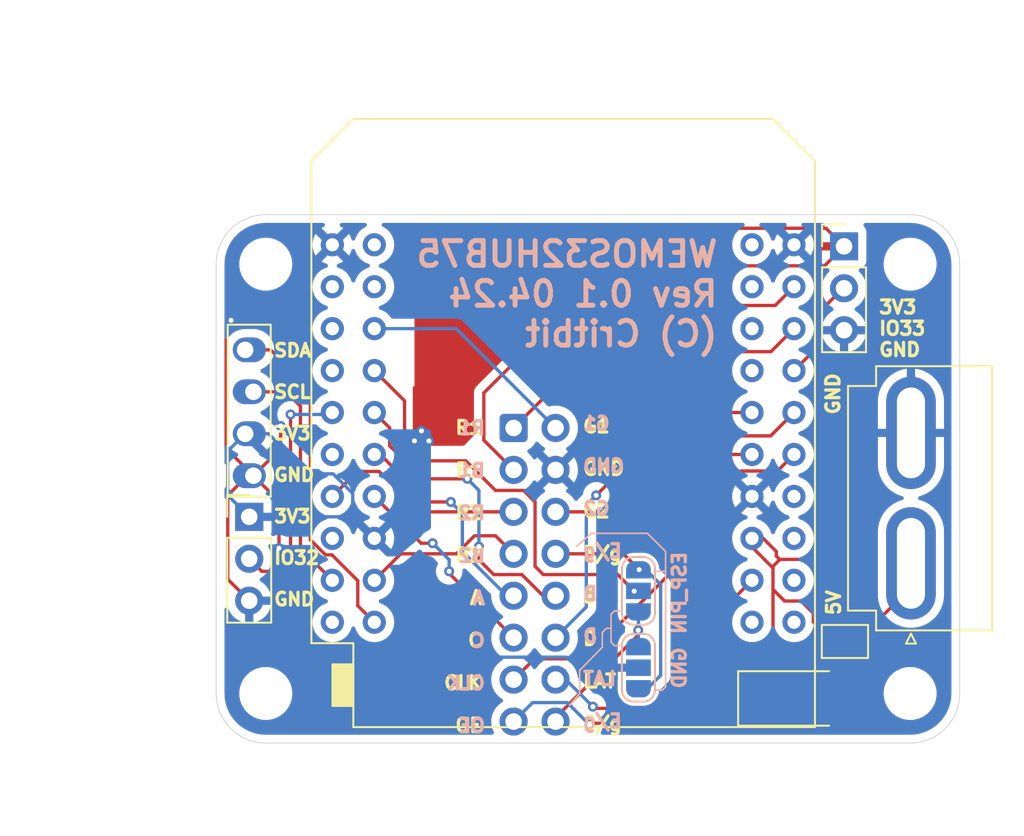
<source format=kicad_pcb>
(kicad_pcb (version 20240108) (generator "pcbnew") (generator_version "8.0")
  (layers (0 "F.Cu" signal) (31 "B.Cu" signal) (34 "B.Paste" user) (35 "F.Paste" user) (36 "B.SilkS" user "B.Silkscreen") (37 "F.SilkS" user "F.Silkscreen") (38 "B.Mask" user) (39 "F.Mask" user) (44 "Edge.Cuts" user))
  (net 0 "")
  (net 1 "/OUT_B1")
  (net 2 "/OUT_G1")
  (net 3 "Net-(J1-Pin_16)")
  (net 4 "/OUT_CLK")
  (net 5 "/OUT_R1")
  (net 6 "/OUT_OE")
  (net 7 "/OUT_AD2")
  (net 8 "/OUT_AD1")
  (net 9 "/OUT_B2")
  (net 10 "/OUT_R2")
  (net 11 "/OUT_G2")
  (net 12 "/OUT_AD0")
  (net 13 "/OUT_LAT")
  (net 14 "/OUT_AD3")
  (net 15 "Net-(J1-Pin_8)")
  (net 16 "GND")
  (net 17 "Net-(J2-Pin_2)")
  (net 18 "+3V3")
  (net 19 "Net-(J3-Pin_2)")
  (net 20 "/OUT_AD4")
  (net 38 "VBUS")
  (net 39 "/SDA")
  (net 40 "/SCL")
  (net 41 "Net-(D1-K)")
  (footprint "crap:ESP32_mini" (layer "F.Cu") (at 107 75.255)
    (property "Reference" "U1" (hide yes))
    (property "Value" "mini_esp32")
    (fp_line (start -15.24 -16.51) (end -15.24 12.7) (stroke (width 0.12)) (layer "F.SilkS"))
    (fp_line (start -15.24 12.7) (end -12.7 12.7) (stroke (width 0.12)) (layer "F.SilkS"))
    (fp_line (start -12.7 -19.05) (end -15.24 -16.51) (stroke (width 0.12)) (layer "F.SilkS"))
    (fp_line (start -12.7 -19.05) (end -11.43 -19.05) (stroke (width 0.12)) (layer "F.SilkS"))
    (fp_line (start -12.7 12.7) (end -12.7 17.78) (stroke (width 0.12)) (layer "F.SilkS"))
    (fp_line (start -12.7 17.78) (end 15.24 17.78) (stroke (width 0.12)) (layer "F.SilkS"))
    (fp_line (start 12.7 -19.05) (end -11.43 -19.05) (stroke (width 0.12)) (layer "F.SilkS"))
    (fp_line (start 12.7 -19.05) (end 15.24 -16.51) (stroke (width 0.12)) (layer "F.SilkS"))
    (fp_line (start 15.24 -16.51) (end 15.24 17.78) (stroke (width 0.12)) (layer "F.SilkS"))
    (fp_poly (pts (xy -13.97 16.51) (xy -13.97 13.97) (xy -12.7 13.97) (xy -12.7 16.51)) (stroke (width 0.1)) (fill solid) (layer "F.SilkS"))
    (pad "1" thru_hole circle (at -13.97 -11.43 270) (size 1.4 1.4) (drill 0.8) (layers "*.Cu" "*.Mask") (net 16 "GND"))
    (pad "2" thru_hole circle (at -11.43 -11.43 270) (size 1.4 1.4) (drill 0.8) (layers "*.Cu" "*.Mask"))
    (pad "3" thru_hole circle (at -13.97 -8.89 270) (size 1.4 1.4) (drill 0.8) (layers "*.Cu" "*.Mask"))
    (pad "4" thru_hole circle (at -11.43 -8.89 270) (size 1.4 1.4) (drill 0.8) (layers "*.Cu" "*.Mask"))
    (pad "5" thru_hole circle (at -13.97 -6.35 270) (size 1.4 1.4) (drill 0.8) (layers "*.Cu" "*.Mask"))
    (pad "6" thru_hole circle (at -11.43 -6.35 270) (size 1.4 1.4) (drill 0.8) (layers "*.Cu" "*.Mask") (net 2 "/OUT_G1"))
    (pad "7" thru_hole circle (at -13.97 -3.81 270) (size 1.4 1.4) (drill 0.8) (layers "*.Cu" "*.Mask"))
    (pad "8" thru_hole circle (at -11.43 -3.81 270) (size 1.4 1.4) (drill 0.8) (layers "*.Cu" "*.Mask") (net 20 "/OUT_AD4"))
    (pad "9" thru_hole circle (at -13.97 -1.27 270) (size 1.4 1.4) (drill 0.8) (layers "*.Cu" "*.Mask") (net 17 "Net-(J2-Pin_2)"))
    (pad "10" thru_hole circle (at -11.43 -1.27 270) (size 1.4 1.4) (drill 0.8) (layers "*.Cu" "*.Mask") (net 8 "/OUT_AD1"))
    (pad "11" thru_hole circle (at -13.97 1.27 270) (size 1.4 1.4) (drill 0.8) (layers "*.Cu" "*.Mask"))
    (pad "12" thru_hole circle (at -11.43 1.27 270) (size 1.4 1.4) (drill 0.8) (layers "*.Cu" "*.Mask") (net 12 "/OUT_AD0"))
    (pad "13" thru_hole circle (at -13.97 3.81 270) (size 1.4 1.4) (drill 0.8) (layers "*.Cu" "*.Mask") (net 10 "/OUT_R2"))
    (pad "14" thru_hole circle (at -11.43 3.81 270) (size 1.4 1.4) (drill 0.8) (layers "*.Cu" "*.Mask") (net 7 "/OUT_AD2"))
    (pad "15" thru_hole circle (at -13.97 6.35 270) (size 1.4 1.4) (drill 0.8) (layers "*.Cu" "*.Mask"))
    (pad "16" thru_hole circle (at -11.43 6.35 270) (size 1.4 1.4) (drill 0.8) (layers "*.Cu" "*.Mask") (net 18 "+3V3"))
    (pad "17" thru_hole circle (at -13.97 8.89 270) (size 1.4 1.4) (drill 0.8) (layers "*.Cu" "*.Mask") (net 40 "/SCL"))
    (pad "18" thru_hole circle (at -11.43 8.89 270) (size 1.4 1.4) (drill 0.8) (layers "*.Cu" "*.Mask") (net 9 "/OUT_B2"))
    (pad "19" thru_hole circle (at -13.97 11.43 270) (size 1.4 1.4) (drill 0.8) (layers "*.Cu" "*.Mask"))
    (pad "20" thru_hole circle (at -11.43 11.43 270) (size 1.4 1.4) (drill 0.8) (layers "*.Cu" "*.Mask") (net 39 "/SDA"))
    (pad "21" thru_hole circle (at 11.43 -11.43 270) (size 1.4 1.4) (drill 0.8) (layers "*.Cu" "*.Mask"))
    (pad "22" thru_hole circle (at 13.97 -11.43 270) (size 1.4 1.4) (drill 0.8) (layers "*.Cu" "*.Mask") (net 16 "GND"))
    (pad "23" thru_hole circle (at 11.43 -8.89 270) (size 1.4 1.4) (drill 0.8) (layers "*.Cu" "*.Mask"))
    (pad "24" thru_hole circle (at 13.97 -8.89 270) (size 1.4 1.4) (drill 0.8) (layers "*.Cu" "*.Mask") (net 1 "/OUT_B1"))
    (pad "25" thru_hole circle (at 11.43 -6.35 270) (size 1.4 1.4) (drill 0.8) (layers "*.Cu" "*.Mask"))
    (pad "26" thru_hole circle (at 13.97 -6.35 270) (size 1.4 1.4) (drill 0.8) (layers "*.Cu" "*.Mask") (net 5 "/OUT_R1"))
    (pad "27" thru_hole circle (at 11.43 -3.81 270) (size 1.4 1.4) (drill 0.8) (layers "*.Cu" "*.Mask"))
    (pad "28" thru_hole circle (at 13.97 -3.81 270) (size 1.4 1.4) (drill 0.8) (layers "*.Cu" "*.Mask") (net 19 "Net-(J3-Pin_2)"))
    (pad "29" thru_hole circle (at 11.43 -1.27 270) (size 1.4 1.4) (drill 0.8) (layers "*.Cu" "*.Mask") (net 14 "/OUT_AD3"))
    (pad "30" thru_hole circle (at 13.97 -1.27 270) (size 1.4 1.4) (drill 0.8) (layers "*.Cu" "*.Mask") (net 11 "/OUT_G2"))
    (pad "31" thru_hole circle (at 11.43 1.27 270) (size 1.4 1.4) (drill 0.8) (layers "*.Cu" "*.Mask") (net 4 "/OUT_CLK"))
    (pad "32" thru_hole circle (at 13.97 1.27 270) (size 1.4 1.4) (drill 0.8) (layers "*.Cu" "*.Mask") (net 13 "/OUT_LAT"))
    (pad "33" thru_hole circle (at 11.43 3.81 270) (size 1.4 1.4) (drill 0.8) (layers "*.Cu" "*.Mask") (net 16 "GND"))
    (pad "34" thru_hole circle (at 13.97 3.81 270) (size 1.4 1.4) (drill 0.8) (layers "*.Cu" "*.Mask"))
    (pad "35" thru_hole circle (at 11.43 6.35 270) (size 1.4 1.4) (drill 0.8) (layers "*.Cu" "*.Mask") (net 41 "Net-(D1-K)"))
    (pad "36" thru_hole circle (at 13.97 6.35 270) (size 1.4 1.4) (drill 0.8) (layers "*.Cu" "*.Mask"))
    (pad "37" thru_hole circle (at 11.43 8.89 270) (size 1.4 1.4) (drill 0.8) (layers "*.Cu" "*.Mask") (net 6 "/OUT_OE"))
    (pad "38" thru_hole circle (at 13.97 8.89 270) (size 1.4 1.4) (drill 0.8) (layers "*.Cu" "*.Mask"))
    (pad "39" thru_hole circle (at 11.43 11.43 270) (size 1.4 1.4) (drill 0.8) (layers "*.Cu" "*.Mask"))
    (pad "40" thru_hole circle (at 13.97 11.43 270) (size 1.4 1.4) (drill 0.8) (layers "*.Cu" "*.Mask"))
  )
  (footprint "Connector_PinHeader_2.54mm:PinHeader_1x03_P2.54mm_Vertical" (layer "F.Cu") (at 88 80.3)
    (property "Reference" "J2" (hide yes))
    (property "Value" "TOUCH")
    (fp_line (start -1.33 -1.33) (end 0 -1.33) (stroke (width 0.12)) (layer "F.SilkS"))
    (fp_line (start -1.33 0) (end -1.33 -1.33) (stroke (width 0.12)) (layer "F.SilkS"))
    (fp_line (start -1.33 1.27) (end -1.33 6.41) (stroke (width 0.12)) (layer "F.SilkS"))
    (fp_line (start -1.33 1.27) (end 1.33 1.27) (stroke (width 0.12)) (layer "F.SilkS"))
    (fp_line (start -1.33 6.41) (end 1.33 6.41) (stroke (width 0.12)) (layer "F.SilkS"))
    (fp_line (start 1.33 1.27) (end 1.33 6.41) (stroke (width 0.12)) (layer "F.SilkS"))
    (pad "1" thru_hole rect (at 0 0) (size 1.7 1.7) (drill 1) (layers "*.Cu" "*.Mask") (net 18 "+3V3"))
    (pad "2" thru_hole oval (at 0 2.54) (size 1.7 1.7) (drill 1) (layers "*.Cu" "*.Mask") (net 17 "Net-(J2-Pin_2)"))
    (pad "3" thru_hole oval (at 0 5.08) (size 1.7 1.7) (drill 1) (layers "*.Cu" "*.Mask") (net 16 "GND"))
  )
  (footprint "Connector_IDC:IDC-Header_2x08_P2.54mm_Vertical" (layer "F.Cu") (at 104 74.92)
    (property "Reference" "J1" (hide yes))
    (property "Value" "HUB75-conn")
    (pad "1" thru_hole roundrect (at 0 0) (size 1.7 1.7) (drill 1) (layers "*.Cu" "*.Mask") (roundrect_rratio 0.147059) (net 5 "/OUT_R1"))
    (pad "2" thru_hole circle (at 2.54 0) (size 1.7 1.7) (drill 1) (layers "*.Cu" "*.Mask") (net 2 "/OUT_G1"))
    (pad "3" thru_hole circle (at 0 2.54) (size 1.7 1.7) (drill 1) (layers "*.Cu" "*.Mask") (net 1 "/OUT_B1"))
    (pad "4" thru_hole circle (at 2.54 2.54) (size 1.7 1.7) (drill 1) (layers "*.Cu" "*.Mask") (net 16 "GND"))
    (pad "5" thru_hole circle (at 0 5.08) (size 1.7 1.7) (drill 1) (layers "*.Cu" "*.Mask") (net 10 "/OUT_R2"))
    (pad "6" thru_hole circle (at 2.54 5.08) (size 1.7 1.7) (drill 1) (layers "*.Cu" "*.Mask") (net 11 "/OUT_G2"))
    (pad "7" thru_hole circle (at 0 7.62) (size 1.7 1.7) (drill 1) (layers "*.Cu" "*.Mask") (net 9 "/OUT_B2"))
    (pad "8" thru_hole circle (at 2.54 7.62) (size 1.7 1.7) (drill 1) (layers "*.Cu" "*.Mask") (net 15 "Net-(J1-Pin_8)"))
    (pad "9" thru_hole circle (at 0 10.16) (size 1.7 1.7) (drill 1) (layers "*.Cu" "*.Mask") (net 12 "/OUT_AD0"))
    (pad "10" thru_hole circle (at 2.54 10.16) (size 1.7 1.7) (drill 1) (layers "*.Cu" "*.Mask") (net 8 "/OUT_AD1"))
    (pad "11" thru_hole circle (at 0 12.7) (size 1.7 1.7) (drill 1) (layers "*.Cu" "*.Mask") (net 7 "/OUT_AD2"))
    (pad "12" thru_hole circle (at 2.54 12.7) (size 1.7 1.7) (drill 1) (layers "*.Cu" "*.Mask") (net 14 "/OUT_AD3"))
    (pad "13" thru_hole circle (at 0 15.24) (size 1.7 1.7) (drill 1) (layers "*.Cu" "*.Mask") (net 4 "/OUT_CLK"))
    (pad "14" thru_hole circle (at 2.54 15.24) (size 1.7 1.7) (drill 1) (layers "*.Cu" "*.Mask") (net 13 "/OUT_LAT"))
    (pad "15" thru_hole circle (at 0 17.78) (size 1.7 1.7) (drill 1) (layers "*.Cu" "*.Mask") (net 6 "/OUT_OE"))
    (pad "16" thru_hole circle (at 2.54 17.78) (size 1.7 1.7) (drill 1) (layers "*.Cu" "*.Mask") (net 3 "Net-(J1-Pin_16)"))
  )
  (footprint "MountingHole:MountingHole_2.7mm_M2.5" (layer "F.Cu") (at 128 65)
    (property "Reference" "H2" (hide yes))
    (property "Value" "M2.5")
    (pad "" np_thru_hole circle (at 0 0) (size 2.7 2.7) (drill 2.7) (layers "*.Cu" "*.Mask"))
  )
  (footprint "Critbit_lib:OLED_4Pin" (layer "F.Cu") (at 88 74 180)
    (property "Reference" "U2" (hide yes))
    (property "Value" "~")
    (fp_line (start 1.3 5.334) (end 1.3 -5.08) (stroke (width 0.12)) (layer "F.SilkS"))
    (fp_line (start 1.3 5.334) (end -1.3 5.334) (stroke (width 0.12)) (layer "F.SilkS"))
    (fp_line (start 1.3 -5.08) (end -1.3 -5.08) (stroke (width 0.12)) (layer "F.SilkS"))
    (fp_line (start -1.3 -5.08) (end -1.3 5.334) (stroke (width 0.12)) (layer "F.SilkS"))
    (pad "1" thru_hole custom (at -0.254 -3.81 180) (size 1.5 1.5) (drill 1) (layers "*.Cu" "*.Mask") (net 16 "GND") (options (clearance outline) (anchor circle)) (primitives (gr_circle (center 0.5 0) (end 1.25 0) (width 0.000001) (fill yes)) (gr_poly (pts (xy 0 -0.75) (xy 0.5 -0.75) (xy 0.5 0.75) (xy 0 0.75)) (width 0.001) (fill yes))))
    (pad "2" thru_hole custom (at 0.246 -1.27) (size 1.5 1.5) (drill 1) (layers "*.Cu" "*.Mask") (net 18 "+3V3") (options (clearance outline) (anchor circle)) (primitives (gr_circle (center 0.5 0) (end 1.25 0) (width 0.000001) (fill yes)) (gr_poly (pts (xy 0 -0.75) (xy 0.5 -0.75) (xy 0.5 0.75) (xy 0 0.75)) (width 0.001) (fill yes))))
    (pad "3" thru_hole custom (at -0.254 1.27 180) (size 1.5 1.5) (drill 1) (layers "*.Cu" "*.Mask") (net 40 "/SCL") (options (clearance outline) (anchor circle)) (primitives (gr_circle (center 0.5 0) (end 1.25 0) (width 0.000001) (fill yes)) (gr_poly (pts (xy 0 -0.75) (xy 0.5 -0.75) (xy 0.5 0.75) (xy 0 0.75)) (width 0.001) (fill yes))))
    (pad "4" thru_hole custom (at 0.246 3.81) (size 1.5 1.5) (drill 1) (layers "*.Cu" "*.Mask") (net 39 "/SDA") (options (clearance outline) (anchor circle)) (primitives (gr_circle (center 0.5 0) (end 1.25 0) (width 0.000001) (fill yes)) (gr_poly (pts (xy 0 -0.75) (xy 0.5 -0.75) (xy 0.5 0.75) (xy 0 0.75)) (width 0.001) (fill yes))))
  )
  (footprint "Connector_PinHeader_2.54mm:PinHeader_1x03_P2.54mm_Vertical" (layer "F.Cu") (at 124 63.92)
    (property "Reference" "J3" (hide yes))
    (property "Value" "TOUCH")
    (fp_line (start -1.33 -1.33) (end 0 -1.33) (stroke (width 0.12)) (layer "F.SilkS"))
    (fp_line (start -1.33 0) (end -1.33 -1.33) (stroke (width 0.12)) (layer "F.SilkS"))
    (fp_line (start -1.33 1.27) (end -1.33 6.41) (stroke (width 0.12)) (layer "F.SilkS"))
    (fp_line (start -1.33 1.27) (end 1.33 1.27) (stroke (width 0.12)) (layer "F.SilkS"))
    (fp_line (start -1.33 6.41) (end 1.33 6.41) (stroke (width 0.12)) (layer "F.SilkS"))
    (fp_line (start 1.33 1.27) (end 1.33 6.41) (stroke (width 0.12)) (layer "F.SilkS"))
    (pad "1" thru_hole rect (at 0 0) (size 1.7 1.7) (drill 1) (layers "*.Cu" "*.Mask") (net 18 "+3V3"))
    (pad "2" thru_hole oval (at 0 2.54) (size 1.7 1.7) (drill 1) (layers "*.Cu" "*.Mask") (net 19 "Net-(J3-Pin_2)"))
    (pad "3" thru_hole oval (at 0 5.08) (size 1.7 1.7) (drill 1) (layers "*.Cu" "*.Mask") (net 16 "GND"))
  )
  (footprint "MountingHole:MountingHole_2.7mm_M2.5" (layer "F.Cu") (at 89 91)
    (property "Reference" "H3" (hide yes))
    (property "Value" "M2.5")
    (pad "" np_thru_hole circle (at 0 0) (size 2.7 2.7) (drill 2.7) (layers "*.Cu" "*.Mask"))
  )
  (footprint "Jumper:SolderJumper-2_P1.3mm_Open_TrianglePad1.0x1.5mm" (layer "F.Cu") (at 124.055 87.85 180)
    (property "Reference" "JP1" (hide yes))
    (property "Value" "BYPASS_VBUS")
    (fp_line (start 1.4 1) (end -1.4 1) (stroke (width 0.12)) (layer "F.SilkS"))
    (fp_line (start 1.4 -1) (end 1.4 1) (stroke (width 0.12)) (layer "F.SilkS"))
    (fp_line (start -1.4 1) (end -1.4 -1) (stroke (width 0.12)) (layer "F.SilkS"))
    (fp_line (start -1.4 -1) (end 1.4 -1) (stroke (width 0.12)) (layer "F.SilkS"))
    (pad "1" smd custom (at -0.725 0 180) (size 0.3 0.3) (layers "F.Cu" "F.Mask") (net 38 "VBUS") (options (clearance outline) (anchor rect)) (primitives (gr_poly (pts (xy 1 0) (xy 0.5 0.75) (xy -0.5 0.75) (xy -0.5 -0.75) (xy 0.5 -0.75)) (width 0) (fill yes))))
    (pad "2" smd custom (at 0.725 0 180) (size 0.3 0.3) (layers "F.Cu" "F.Mask") (net 41 "Net-(D1-K)") (options (clearance outline) (anchor rect)) (primitives (gr_poly (pts (xy 0.5 0.75) (xy -0.65 0.75) (xy -0.15 0) (xy -0.65 -0.75) (xy 0.5 -0.75)) (width 0) (fill yes))))
  )
  (footprint "Diode_SMD:D_SMA" (layer "F.Cu") (at 121.1 91.3)
    (property "Reference" "D1" (hide yes))
    (property "Value" "1N5819WS_DNP")
    (fp_line (start -3.51 -1.65) (end -3.51 1.65) (stroke (width 0.12)) (layer "F.SilkS"))
    (fp_line (start -3.51 -1.65) (end 2 -1.65) (stroke (width 0.12)) (layer "F.SilkS"))
    (fp_line (start -3.51 1.65) (end 2 1.65) (stroke (width 0.12)) (layer "F.SilkS"))
    (pad "1" smd roundrect (at -2 0) (size 2.5 1.8) (layers "F.Cu" "F.Paste" "F.Mask") (roundrect_rratio 0.1388888889) (net 41 "Net-(D1-K)"))
    (pad "2" smd roundrect (at 2 0) (size 2.5 1.8) (layers "F.Cu" "F.Paste" "F.Mask") (roundrect_rratio 0.1388888889) (net 38 "VBUS"))
  )
  (footprint "MountingHole:MountingHole_2.7mm_M2.5" (layer "F.Cu") (at 128 91)
    (property "Reference" "H4" (hide yes))
    (property "Value" "M2.5")
    (pad "" np_thru_hole circle (at 0 0) (size 2.7 2.7) (drill 2.7) (layers "*.Cu" "*.Mask"))
  )
  (footprint "MountingHole:MountingHole_2.7mm_M2.5" (layer "F.Cu") (at 89 65)
    (property "Reference" "H1" (hide yes))
    (property "Value" "M2.5")
    (pad "" np_thru_hole circle (at 0 0) (size 2.7 2.7) (drill 2.7) (layers "*.Cu" "*.Mask"))
  )
  (footprint "Critbit_lib:B4P_MATRIXPWR" (layer "F.Cu") (at 128.05 85.1175 90)
    (property "Reference" "J5" (hide yes))
    (property "Value" "~")
    (fp_line (start 12.74 -3.81) (end 12.74 -2.11) (stroke (width 0.12)) (layer "F.SilkS"))
    (fp_line (start -0.86 -3.81) (end 12.74 -3.81) (stroke (width 0.12)) (layer "F.SilkS"))
    (fp_line (start 13.94 -2.11) (end 13.94 4.91) (stroke (width 0.12)) (layer "F.SilkS"))
    (fp_line (start 12.74 -2.11) (end 13.94 -2.11) (stroke (width 0.12)) (layer "F.SilkS"))
    (fp_line (start -0.86 -2.11) (end -0.86 -3.81) (stroke (width 0.12)) (layer "F.SilkS"))
    (fp_line (start -2.06 -2.11) (end -0.86 -2.11) (stroke (width 0.12)) (layer "F.SilkS"))
    (fp_line (start -2.86 -0.3) (end -2.26 0) (stroke (width 0.12)) (layer "F.SilkS"))
    (fp_line (start -2.26 0) (end -2.86 0.3) (stroke (width 0.12)) (layer "F.SilkS"))
    (fp_line (start -2.86 0.3) (end -2.86 -0.3) (stroke (width 0.12)) (layer "F.SilkS"))
    (fp_line (start 13.94 4.91) (end -2.06 4.91) (stroke (width 0.12)) (layer "F.SilkS"))
    (fp_line (start -2.06 4.91) (end -2.06 -2.11) (stroke (width 0.12)) (layer "F.SilkS"))
    (pad "5V" thru_hole oval (at 2 0 90) (size 6.8 3) (drill oval 5.5 1.7) (layers "*.Cu" "*.Mask") (net 38 "VBUS"))
    (pad "GND" thru_hole oval (at 9.9 0 90) (size 6.8 3) (drill oval 5.5 1.7) (layers "*.Cu" "*.Mask") (net 16 "GND"))
  )
  (footprint "Critbit_lib:3jumper" (layer "B.Cu") (at 111.5568 84.7852 90)
    (property "Reference" "JP4" (hide yes))
    (property "Value" "OUT_AD4PIN")
    (fp_line (start -1.4 -1) (end 1.4 -1) (stroke (width 0.12)) (layer "B.SilkS"))
    (fp_line (start 2.05 -0.3) (end 2.05 0.3) (stroke (width 0.12)) (layer "B.SilkS"))
    (fp_line (start -2.05 0.3) (end -2.05 -0.3) (stroke (width 0.12)) (layer "B.SilkS"))
    (fp_line (start 1.4 1) (end -1.4 1) (stroke (width 0.12)) (layer "B.SilkS"))
    (fp_arc (start 1.35 -1) (mid 1.844975 -0.794975) (end 2.05 -0.3) (stroke (width 0.12)) (layer "B.SilkS"))
    (fp_arc (start -2.05 -0.3) (mid -1.844975 -0.794975) (end -1.35 -1) (stroke (width 0.12)) (layer "B.SilkS"))
    (fp_arc (start 2.05 0.3) (mid 1.844975 0.794975) (end 1.35 1) (stroke (width 0.12)) (layer "B.SilkS"))
    (fp_arc (start -1.35 1) (mid -1.844975 0.794975) (end -2.05 0.3) (stroke (width 0.12)) (layer "B.SilkS"))
    (pad "1" smd custom (at -1.3 0 90) (size 1 0.5) (layers "B.Cu" "B.Mask") (net 3 "Net-(J1-Pin_16)") (options (clearance outline) (anchor rect)) (primitives (gr_circle (center 0 -0.25) (end 0.5 -0.25) (width 0) (fill yes)) (gr_circle (center 0 0.25) (end 0.5 0.25) (width 0) (fill yes)) (gr_poly (pts (xy 0.55 -0.75) (xy 0 -0.75) (xy 0 0.75) (xy 0.55 0.75)) (width 0) (fill yes))))
    (pad "2" smd rect (at 0 0 90) (size 1 1.5) (layers "B.Cu" "B.Mask") (net 20 "/OUT_AD4"))
    (pad "3" smd custom (at 1.3 0 90) (size 1 0.5) (layers "B.Cu" "B.Mask") (net 15 "Net-(J1-Pin_8)") (options (clearance outline) (anchor rect)) (primitives (gr_circle (center 0 -0.25) (end 0.5 -0.25) (width 0) (fill yes)) (gr_circle (center 0 0.25) (end 0.5 0.25) (width 0) (fill yes)) (gr_poly (pts (xy 0 -0.75) (xy -0.55 -0.75) (xy -0.55 0.75) (xy 0 0.75)) (width 0) (fill yes))))
  )
  (footprint "Critbit_lib:3jumper" (layer "B.Cu") (at 111.5568 89.438 -90)
    (property "Reference" "JP3" (hide yes))
    (property "Value" "OUT_ENGD")
    (fp_line (start 1.4 1) (end -1.4 1) (stroke (width 0.12)) (layer "B.SilkS"))
    (fp_line (start -2.05 0.3) (end -2.05 -0.3) (stroke (width 0.12)) (layer "B.SilkS"))
    (fp_line (start 2.05 -0.3) (end 2.05 0.3) (stroke (width 0.12)) (layer "B.SilkS"))
    (fp_line (start -1.4 -1) (end 1.4 -1) (stroke (width 0.12)) (layer "B.SilkS"))
    (fp_arc (start -1.35 1) (mid -1.844975 0.794975) (end -2.05 0.3) (stroke (width 0.12)) (layer "B.SilkS"))
    (fp_arc (start 2.05 0.3) (mid 1.844975 0.794975) (end 1.35 1) (stroke (width 0.12)) (layer "B.SilkS"))
    (fp_arc (start -2.05 -0.3) (mid -1.844975 -0.794975) (end -1.35 -1) (stroke (width 0.12)) (layer "B.SilkS"))
    (fp_arc (start 1.35 -1) (mid 1.844975 -0.794975) (end 2.05 -0.3) (stroke (width 0.12)) (layer "B.SilkS"))
    (pad "1" smd custom (at -1.3 0 270) (size 1 0.5) (layers "B.Cu" "B.Mask") (net 3 "Net-(J1-Pin_16)") (options (clearance outline) (anchor rect)) (primitives (gr_circle (center 0 -0.25) (end 0.5 -0.25) (width 0) (fill yes)) (gr_circle (center 0 0.25) (end 0.5 0.25) (width 0) (fill yes)) (gr_poly (pts (xy 0.55 -0.75) (xy 0 -0.75) (xy 0 0.75) (xy 0.55 0.75)) (width 0) (fill yes))))
    (pad "2" smd rect (at 0 0 270) (size 1 1.5) (layers "B.Cu" "B.Mask") (net 16 "GND"))
    (pad "3" smd custom (at 1.3 0 270) (size 1 0.5) (layers "B.Cu" "B.Mask") (net 15 "Net-(J1-Pin_8)") (options (clearance outline) (anchor rect)) (primitives (gr_circle (center 0 -0.25) (end 0.5 -0.25) (width 0) (fill yes)) (gr_circle (center 0 0.25) (end 0.5 0.25) (width 0) (fill yes)) (gr_poly (pts (xy 0 -0.75) (xy -0.55 -0.75) (xy -0.55 0.75) (xy 0 0.75)) (width 0) (fill yes))))
  )
  (gr_line (start 110.1 88.1) (end 110.4 88.1) (stroke (width 0.1)) (layer "B.SilkS"))
  (gr_line (start 109.368164 87.296407) (end 109.368164 88.2) (stroke (width 0.1)) (layer "B.SilkS"))
  (gr_line (start 113 90.8) (end 113.2 90.6) (stroke (width 0.1)) (layer "B.SilkS"))
  (gr_line (start 109.9 87.9) (end 110.1 88.1) (stroke (width 0.1)) (layer "B.SilkS"))
  (gr_line (start 109.9 87.05) (end 109.614172 87.050399) (stroke (width 0.1)) (layer "B.SilkS"))
  (gr_line (start 109.614172 87.050399) (end 109.368164 87.296407) (stroke (width 0.1)) (layer "B.SilkS"))
  (gr_line (start 113.2 82.4) (end 112.1 81.3) (stroke (width 0.1)) (layer "B.SilkS"))
  (gr_line (start 109.9 86.2) (end 109.9 87.9) (stroke (width 0.1)) (layer "B.SilkS"))
  (gr_line (start 113.2 83.6) (end 112.5 83.6) (stroke (width 0.1)) (layer "B.SilkS"))
  (gr_line (start 108.7 81.3) (end 107.8 82.1) (stroke (width 0.1)) (layer "B.SilkS"))
  (gr_line (start 110.4 86) (end 110.1 86) (stroke (width 0.1)) (layer "B.SilkS"))
  (gr_line (start 110.1 86) (end 109.9 86.2) (stroke (width 0.1)) (layer "B.SilkS"))
  (gr_line (start 108 89.6) (end 108 91) (stroke (width 0.1)) (layer "B.SilkS"))
  (gr_line (start 112.1 81.3) (end 108.7 81.3) (stroke (width 0.1)) (layer "B.SilkS"))
  (gr_line (start 108 91) (end 107.4 91.7) (stroke (width 0.1)) (layer "B.SilkS"))
  (gr_line (start 109.368164 88.2) (end 108 89.6) (stroke (width 0.1)) (layer "B.SilkS"))
  (gr_line (start 112.5568 90.788) (end 113 90.8) (stroke (width 0.1)) (layer "B.SilkS"))
  (gr_line (start 113.2 90.6) (end 113.2 82.4) (stroke (width 0.1)) (layer "B.SilkS"))
  (gr_arc (start 85.999999 65) (mid 86.878679 62.87868) (end 88.999999 62) (stroke (width 0.05)) (layer "Edge.Cuts"))
  (gr_arc (start 89 94) (mid 86.87868 93.12132) (end 86 91) (stroke (width 0.05)) (layer "Edge.Cuts"))
  (gr_line (start 88.999999 62) (end 128 62) (stroke (width 0.05)) (layer "Edge.Cuts"))
  (gr_arc (start 128 62) (mid 130.12132 62.87868) (end 131 65) (stroke (width 0.05)) (layer "Edge.Cuts"))
  (gr_line (start 131.000001 91) (end 131 78) (stroke (width 0.05)) (layer "Edge.Cuts"))
  (gr_line (start 85.999999 65) (end 86 78) (stroke (width 0.05)) (layer "Edge.Cuts"))
  (gr_line (start 130.999999 65) (end 131 78) (stroke (width 0.05)) (layer "Edge.Cuts"))
  (gr_line (start 86.000001 91) (end 86 78) (stroke (width 0.05)) (layer "Edge.Cuts"))
  (gr_arc (start 131.000001 91) (mid 130.121321 93.121321) (end 128.000001 94) (stroke (width 0.05)) (layer "Edge.Cuts"))
  (gr_line (start 128.000001 94) (end 89 94) (stroke (width 0.05)) (layer "Edge.Cuts"))
  (gr_text "ESP_PIN" (at 114.5 87.5 90) (layer "B.SilkS") (effects (font (size 0.8 0.8) (thickness 0.2) (bold yes)) (justify right bottom mirror)))
  (gr_text "GND" (at 114.5 90.8 90) (layer "B.SilkS") (effects (font (size 0.8 0.8) (thickness 0.2) (bold yes)) (justify right bottom mirror)))
  (gr_text "R1\n\nB1\n\nR2\n\nB2\n\nA\n\nC\n\nCLK\n\nOE" (at 102.378771 93.418392 0) (layer "B.SilkS") (effects (font (size 0.8 0.8) (thickness 0.2) (bold yes)) (justify left bottom mirror)))
  (gr_text "G1\n\nGND\n\nG2\n\nE/g\n\nB\n\nD\n\nLAT\n\nE/g" (at 108.103392 93.13976 0) (layer "B.SilkS") (effects (font (size 0.8 0.8) (thickness 0.2) (bold yes)) (justify right bottom mirror)))
  (gr_text "WEMOS32HUB75\nRev 0.1 04.24\n(C) Critbit" (at 116.5 70.1 0) (layer "B.SilkS") (effects (font (size 1.5 1.5) (thickness 0.3) (bold yes)) (justify left bottom mirror)))
  (gr_text "3V3\nIO33\nGND" (at 126.017924 70.647523 0) (layer "F.SilkS") (effects (font (size 0.8 0.8) (thickness 0.2) (bold yes)) (justify left bottom)))
  (gr_text "5V" (at 123.842546 86.351605 90) (layer "F.SilkS") (effects (font (size 0.8 0.8) (thickness 0.2) (bold yes)) (justify left bottom)))
  (gr_text "R1\n\nB1\n\nR2\n\nB2\n\nA\n\nC\n\nCLK\n\nOE" (at 102.2 93.4 0) (layer "F.SilkS") (effects (font (size 0.8 0.8) (thickness 0.2) (bold yes)) (justify right bottom)))
  (gr_text "G1\n\nGND\n\nG2\n\nE/g\n\nB\n\nD\n\nLAT\n\nE/g" (at 108.1 93.3 0) (layer "F.SilkS") (effects (font (size 0.8 0.8) (thickness 0.2) (bold yes)) (justify left bottom)))
  (gr_text "GND\n" (at 123.8 74.2 90) (layer "F.SilkS") (effects (font (size 0.8 0.8) (thickness 0.2) (bold yes)) (justify left bottom)))
  (gr_text "SDA\n\nSCL\n\n3V3\n\nGND\n\n3V3\n\nIO32\n\nGND" (at 89.408 85.7504 0) (layer "F.SilkS") (effects (font (size 0.78 0.78) (thickness 0.195) (bold yes)) (justify left bottom)))
  (segment (start 102.2 75.66) (end 102.2 72.8) (width 0.2) (layer "F.Cu") (net 1))
  (segment (start 104 77.46) (end 102.2 75.66) (width 0.2) (layer "F.Cu") (net 1))
  (segment (start 107.5 67.5) (end 119.835 67.5) (width 0.2) (layer "F.Cu") (net 1))
  (segment (start 119.835 67.5) (end 120.97 66.365) (width 0.2) (layer "F.Cu") (net 1))
  (segment (start 102.2 72.8) (end 107.5 67.5) (width 0.2) (layer "F.Cu") (net 1))
  (segment (start 106.54 74.92) (end 100.525 68.905) (width 0.2) (layer "B.Cu") (net 2))
  (segment (start 100.525 68.905) (end 95.57 68.905) (width 0.2) (layer "B.Cu") (net 2))
  (segment (start 111.54237 87.45763) (end 111.54237 87.169483) (width 0.2) (layer "F.Cu") (net 3))
  (segment (start 106.54 92.7) (end 106.54 92.46) (width 0.2) (layer "F.Cu") (net 3))
  (segment (start 106.54 92.46) (end 111.54237 87.45763) (width 0.2) (layer "F.Cu") (net 3))
  (via (at 111.54237 87.169483) (size 0.6) (drill 0.3) (layers "F.Cu" "B.Cu") (net 3))
  (segment (start 111.5568 86.0852) (end 111.5568 88.138) (width 0.2) (layer "B.Cu") (net 3))
  (segment (start 104 90.16) (end 105.26 88.9) (width 0.2) (layer "F.Cu") (net 4))
  (segment (start 113.6 83.6) (end 113.6 80.1) (width 0.2) (layer "F.Cu") (net 4))
  (segment (start 105.26 88.9) (end 108.3 88.9) (width 0.2) (layer "F.Cu") (net 4))
  (segment (start 108.3 88.9) (end 113.6 83.6) (width 0.2) (layer "F.Cu") (net 4))
  (segment (start 117.175 76.525) (end 118.43 76.525) (width 0.2) (layer "F.Cu") (net 4))
  (segment (start 113.6 80.1) (end 117.175 76.525) (width 0.2) (layer "F.Cu") (net 4))
  (segment (start 108.62 70.3) (end 119.575 70.3) (width 0.2) (layer "F.Cu") (net 5))
  (segment (start 104 74.92) (end 108.62 70.3) (width 0.2) (layer "F.Cu") (net 5))
  (segment (start 119.575 70.3) (end 120.97 68.905) (width 0.2) (layer "F.Cu") (net 5))
  (segment (start 108.6 92.9) (end 108.7 92.8) (width 0.2) (layer "F.Cu") (net 6))
  (segment (start 108.7 92.8) (end 112.7 92.8) (width 0.2) (layer "F.Cu") (net 6))
  (segment (start 116.5 86.075) (end 118.43 84.145) (width 0.2) (layer "F.Cu") (net 6))
  (segment (start 112.7 92.8) (end 116.5 89) (width 0.2) (layer "F.Cu") (net 6))
  (segment (start 116.5 89) (end 116.5 86.075) (width 0.2) (layer "F.Cu") (net 6))
  (via (at 108.6 92.9) (size 0.6) (drill 0.3) (layers "F.Cu" "B.Cu") (net 6))
  (segment (start 107.25 91.55) (end 105.15 91.55) (width 0.2) (layer "B.Cu") (net 6))
  (segment (start 108.6 92.9) (end 107.25 91.55) (width 0.2) (layer "B.Cu") (net 6))
  (segment (start 105.15 91.55) (end 104 92.7) (width 0.2) (layer "B.Cu") (net 6))
  (segment (start 100.1 83.6) (end 100.1 83.72) (width 0.2) (layer "F.Cu") (net 7))
  (segment (start 99.1 81.9) (end 98.405 81.9) (width 0.2) (layer "F.Cu") (net 7))
  (segment (start 100.1 83.72) (end 104 87.62) (width 0.2) (layer "F.Cu") (net 7))
  (segment (start 98.405 81.9) (end 95.57 79.065) (width 0.2) (layer "F.Cu") (net 7))
  (via (at 100.1 83.6) (size 0.6) (drill 0.3) (layers "F.Cu" "B.Cu") (net 7))
  (via (at 99.1 81.9) (size 0.6) (drill 0.3) (layers "F.Cu" "B.Cu") (net 7))
  (segment (start 99.1 81.9) (end 100.1 82.9) (width 0.2) (layer "B.Cu") (net 7))
  (segment (start 100.1 82.9) (end 100.1 83.6) (width 0.2) (layer "B.Cu") (net 7))
  (segment (start 98.5 78) (end 96.5 76) (width 0.2) (layer "F.Cu") (net 8))
  (segment (start 104.5 83.8) (end 102.8 83.8) (width 0.2) (layer "F.Cu") (net 8))
  (segment (start 106.54 85.08) (end 105.78 85.08) (width 0.2) (layer "F.Cu") (net 8))
  (segment (start 102.8 83.8) (end 101.9 82.9) (width 0.2) (layer "F.Cu") (net 8))
  (segment (start 96.5 76) (end 96.5 74.915) (width 0.2) (layer "F.Cu") (net 8))
  (segment (start 105.78 85.08) (end 104.5 83.8) (width 0.2) (layer "F.Cu") (net 8))
  (segment (start 96.5 74.915) (end 95.57 73.985) (width 0.2) (layer "F.Cu") (net 8))
  (segment (start 101.2 78) (end 98.5 78) (width 0.2) (layer "F.Cu") (net 8))
  (segment (start 101.9 82.9) (end 101.9 82.1) (width 0.2) (layer "F.Cu") (net 8))
  (via (at 101.2 78) (size 0.6) (drill 0.3) (layers "F.Cu" "B.Cu") (net 8))
  (via (at 101.9 82.1) (size 0.6) (drill 0.3) (layers "F.Cu" "B.Cu") (net 8))
  (segment (start 101.9 78.7) (end 101.2 78) (width 0.2) (layer "B.Cu") (net 8))
  (segment (start 101.9 82.1) (end 101.9 78.7) (width 0.2) (layer "B.Cu") (net 8))
  (segment (start 104 82.54) (end 102.91 81.45) (width 0.2) (layer "F.Cu") (net 9))
  (segment (start 100.540761 82.54) (end 97.175 82.54) (width 0.2) (layer "F.Cu") (net 9))
  (segment (start 97.175 82.54) (end 95.57 84.145) (width 0.2) (layer "F.Cu") (net 9))
  (segment (start 101.630761 81.45) (end 100.540761 82.54) (width 0.2) (layer "F.Cu") (net 9))
  (segment (start 102.91 81.45) (end 101.630761 81.45) (width 0.2) (layer "F.Cu") (net 9))
  (segment (start 95.85 77.55) (end 94.545 77.55) (width 0.2) (layer "F.Cu") (net 10))
  (segment (start 104 80) (end 98.3 80) (width 0.2) (layer "F.Cu") (net 10))
  (segment (start 94.545 77.55) (end 93.03 79.065) (width 0.2) (layer "F.Cu") (net 10))
  (segment (start 98.3 80) (end 95.85 77.55) (width 0.2) (layer "F.Cu") (net 10))
  (segment (start 116.3 75.4) (end 119.555 75.4) (width 0.2) (layer "F.Cu") (net 11))
  (segment (start 111.7 80) (end 116.3 75.4) (width 0.2) (layer "F.Cu") (net 11))
  (segment (start 106.54 80) (end 111.7 80) (width 0.2) (layer "F.Cu") (net 11))
  (segment (start 119.555 75.4) (end 120.97 73.985) (width 0.2) (layer "F.Cu") (net 11))
  (segment (start 100.2 79.4) (end 98.8 79.4) (width 0.2) (layer "F.Cu") (net 12))
  (segment (start 98.8 79.4) (end 95.925 76.525) (width 0.2) (layer "F.Cu") (net 12))
  (segment (start 103.78 85.08) (end 104 85.08) (width 0.2) (layer "F.Cu") (net 12))
  (segment (start 95.925 76.525) (end 95.57 76.525) (width 0.2) (layer "F.Cu") (net 12))
  (via (at 100.2 79.4) (size 0.6) (drill 0.3) (layers "F.Cu" "B.Cu") (net 12))
  (segment (start 100.2 79.4) (end 100.9 80.1) (width 0.2) (layer "B.Cu") (net 12))
  (segment (start 103.58 85.08) (end 104 85.08) (width 0.2) (layer "B.Cu") (net 12))
  (segment (start 100.9 80.1) (end 100.9 82.4) (width 0.2) (layer "B.Cu") (net 12))
  (segment (start 100.9 82.4) (end 103.58 85.08) (width 0.2) (layer "B.Cu") (net 12))
  (segment (start 116.2 79.1) (end 117.775 77.525) (width 0.2) (layer "F.Cu") (net 13))
  (segment (start 115 82.2) (end 116.2 81) (width 0.2) (layer "F.Cu") (net 13))
  (segment (start 116.2 81) (end 116.2 79.1) (width 0.2) (layer "F.Cu") (net 13))
  (segment (start 108.9 91.9) (end 112.6 91.9) (width 0.2) (layer "F.Cu") (net 13))
  (segment (start 108.8 91.8) (end 108.9 91.9) (width 0.2) (layer "F.Cu") (net 13))
  (segment (start 119.97 77.525) (end 120.97 76.525) (width 0.2) (layer "F.Cu") (net 13))
  (segment (start 117.775 77.525) (end 119.97 77.525) (width 0.2) (layer "F.Cu") (net 13))
  (segment (start 115 89.5) (end 115 82.2) (width 0.2) (layer "F.Cu") (net 13))
  (segment (start 112.6 91.9) (end 115 89.5) (width 0.2) (layer "F.Cu") (net 13))
  (via (at 108.8 91.8) (size 0.6) (drill 0.3) (layers "F.Cu" "B.Cu") (net 13))
  (segment (start 107.16 90.16) (end 106.54 90.16) (width 0.2) (layer "B.Cu") (net 13))
  (segment (start 108.8 91.8) (end 107.16 90.16) (width 0.2) (layer "B.Cu") (net 13))
  (segment (start 109 79) (end 114.015 73.985) (width 0.2) (layer "F.Cu") (net 14))
  (segment (start 114.015 73.985) (end 118.43 73.985) (width 0.2) (layer "F.Cu") (net 14))
  (via (at 109 79) (size 0.6) (drill 0.3) (layers "F.Cu" "B.Cu") (net 14))
  (segment (start 106.54 87.62) (end 108.4 85.76) (width 0.2) (layer "B.Cu") (net 14))
  (segment (start 108.4 79.6) (end 109 79) (width 0.2) (layer "B.Cu") (net 14))
  (segment (start 108.4 85.76) (end 108.4 79.6) (width 0.2) (layer "B.Cu") (net 14))
  (segment (start 110.64 82.54) (end 111.6 83.5) (width 0.2) (layer "F.Cu") (net 15))
  (segment (start 106.54 82.54) (end 110.64 82.54) (width 0.2) (layer "F.Cu") (net 15))
  (via (at 111.6 83.5) (size 0.6) (drill 0.3) (layers "F.Cu" "B.Cu") (net 15))
  (segment (start 111.5568 90.738) (end 112.062 90.738) (width 0.2) (layer "B.Cu") (net 15))
  (segment (start 112.9 84.4) (end 111.9852 83.4852) (width 0.2) (layer "B.Cu") (net 15))
  (segment (start 111.9852 83.4852) (end 111.5568 83.4852) (width 0.2) (layer "B.Cu") (net 15))
  (segment (start 112.062 90.738) (end 112.9 89.9) (width 0.2) (layer "B.Cu") (net 15))
  (segment (start 112.9 89.9) (end 112.9 84.4) (width 0.2) (layer "B.Cu") (net 15))
  (segment (start 88.254 77.81) (end 86.6 76.156) (width 0.2) (layer "F.Cu") (net 16))
  (segment (start 86.6 68.6) (end 86.8 68.4) (width 0.2) (layer "F.Cu") (net 16))
  (segment (start 86.6 76.156) (end 86.6 68.6) (width 0.2) (layer "F.Cu") (net 16))
  (segment (start 87.89 77.81) (end 86.7 79) (width 0.2) (layer "F.Cu") (net 16))
  (segment (start 88.254 77.81) (end 87.89 77.81) (width 0.2) (layer "F.Cu") (net 16))
  (segment (start 88.254 77.81) (end 89.9 76.164) (width 0.2) (layer "F.Cu") (net 16))
  (segment (start 86.8 68.4) (end 86.9 68.4) (width 0.2) (layer "F.Cu") (net 16))
  (segment (start 89.8 79.356) (end 88.254 77.81) (width 0.2) (layer "F.Cu") (net 16))
  (segment (start 89.9 76.164) (end 89.9 74.8) (width 0.2) (layer "F.Cu") (net 16))
  (segment (start 86.7 79) (end 86.7 84.08) (width 0.2) (layer "F.Cu") (net 16))
  (segment (start 89.8 82.2) (end 89.8 79.356) (width 0.2) (layer "F.Cu") (net 16))
  (segment (start 86.7 84.08) (end 88 85.38) (width 0.2) (layer "F.Cu") (net 16))
  (via (at 89.9 74.8) (size 0.6) (drill 0.3) (layers "F.Cu" "B.Cu") (net 16))
  (via (at 89.8 82.2) (size 0.6) (drill 0.3) (layers "F.Cu" "B.Cu") (net 16))
  (via (at 86.9 68.4) (size 0.6) (drill 0.3) (layers "F.Cu" "B.Cu") (net 16))
  (segment (start 107.6 88.9) (end 107.3 88.9) (width 0.2) (layer "B.Cu") (net 16))
  (segment (start 111 89.4) (end 108.1 89.4) (width 0.2) (layer "B.Cu") (net 16))
  (segment (start 108.1 89.4) (end 107.6 88.9) (width 0.2) (layer "B.Cu") (net 16))
  (segment (start 107.3 88.9) (end 107.2 88.8) (width 0.2) (layer "B.Cu") (net 16))
  (segment (start 107.2 88.8) (end 102.7 88.8) (width 0.2) (layer "B.Cu") (net 16))
  (segment (start 89.8 83.6) (end 90.5 82.9) (width 0.2) (layer "F.Cu") (net 17))
  (segment (start 88.76 83.6) (end 89.8 83.6) (width 0.2) (layer "F.Cu") (net 17))
  (segment (start 88 82.84) (end 88.76 83.6) (width 0.2) (layer "F.Cu") (net 17))
  (segment (start 90.5 75.4) (end 90.5 74.1) (width 0.2) (layer "F.Cu") (net 17))
  (segment (start 90.5 82.9) (end 90.5 75.4) (width 0.2) (layer "F.Cu") (net 17))
  (via (at 90.5 74.1) (size 0.6) (drill 0.3) (layers "F.Cu" "B.Cu") (net 17))
  (segment (start 92.915 74.1) (end 93.03 73.985) (width 0.2) (layer "B.Cu") (net 17))
  (segment (start 90.5 74.1) (end 92.915 74.1) (width 0.2) (layer "B.Cu") (net 17))
  (segment (start 98 72.5) (end 98 75.7) (width 0.2) (layer "F.Cu") (net 18))
  (segment (start 122.82 65.1) (end 116.1 65.1) (width 0.2) (layer "F.Cu") (net 18))
  (segment (start 122.905 62.825) (end 107.675 62.825) (width 0.2) (layer "F.Cu") (net 18))
  (segment (start 124 63.92) (end 122.905 62.825) (width 0.2) (layer "F.Cu") (net 18))
  (segment (start 124 63.92) (end 122.82 65.1) (width 0.2) (layer "F.Cu") (net 18))
  (segment (start 107.675 62.825) (end 98 72.5) (width 0.2) (layer "F.Cu") (net 18))
  (via (at 98.422837 75.09599) (size 0.6) (drill 0.3) (layers "F.Cu" "B.Cu") (net 18))
  (via (at 98 75.7) (size 0.6) (drill 0.3) (layers "F.Cu" "B.Cu") (net 18))
  (via (at 98.878096 75.705573) (size 0.6) (drill 0.3) (layers "F.Cu" "B.Cu") (net 18))
  (segment (start 91.6 77.7) (end 89.17 75.27) (width 0.2) (layer "B.Cu") (net 18))
  (segment (start 86.694285 78.994285) (end 88 80.3) (width 0.2) (layer "B.Cu") (net 18))
  (segment (start 89.17 75.27) (end 87.754 75.27) (width 0.2) (layer "B.Cu") (net 18))
  (segment (start 87.754 75.27) (end 86.694285 76.329715) (width 0.2) (layer "B.Cu") (net 18))
  (segment (start 94.265 80.3) (end 94.265 78.885786) (width 0.2) (layer "B.Cu") (net 18))
  (segment (start 94.265 78.885786) (end 93.079214 77.7) (width 0.2) (layer "B.Cu") (net 18))
  (segment (start 93.079214 77.7) (end 91.6 77.7) (width 0.2) (layer "B.Cu") (net 18))
  (segment (start 88 80.3) (end 94.265 80.3) (width 0.2) (layer "B.Cu") (net 18))
  (segment (start 86.694285 76.329715) (end 86.694285 78.994285) (width 0.2) (layer "B.Cu") (net 18))
  (segment (start 94.265 80.3) (end 95.57 81.605) (width 0.2) (layer "B.Cu") (net 18))
  (segment (start 123.94 66.46) (end 124 66.46) (width 0.2) (layer "F.Cu") (net 19))
  (segment (start 122.5 67.9) (end 123.94 66.46) (width 0.2) (layer "F.Cu") (net 19))
  (segment (start 120.97 71.445) (end 122.5 69.915) (width 0.2) (layer "F.Cu") (net 19))
  (segment (start 122.5 69.915) (end 122.5 67.9) (width 0.2) (layer "F.Cu") (net 19))
  (segment (start 98.29038 76.90962) (end 101.10962 76.90962) (width 0.2) (layer "F.Cu") (net 20))
  (segment (start 98.29038 76.90962) (end 97.4 76.019239) (width 0.2) (layer "F.Cu") (net 20))
  (segment (start 105.3 79.4) (end 104.6 78.7) (width 0.2) (layer "F.Cu") (net 20))
  (segment (start 97.4 73.275) (end 95.57 71.445) (width 0.2) (layer "F.Cu") (net 20))
  (segment (start 104.6 78.7) (end 102.9 78.7) (width 0.2) (layer "F.Cu") (net 20))
  (segment (start 105.8 83.8) (end 110.3 83.8) (width 0.2) (layer "F.Cu") (net 20))
  (segment (start 105.8 83.8) (end 105.3 83.3) (width 0.2) (layer "F.Cu") (net 20))
  (segment (start 105.3 83.3) (end 105.3 79.4) (width 0.2) (layer "F.Cu") (net 20))
  (segment (start 101.10962 76.90962) (end 102.9 78.7) (width 0.2) (layer "F.Cu") (net 20))
  (segment (start 110.3 83.8) (end 111.3 84.8) (width 0.2) (layer "F.Cu") (net 20))
  (segment (start 97.4 76.019239) (end 97.4 73.275) (width 0.2) (layer "F.Cu") (net 20))
  (via (at 111.3 84.8) (size 0.6) (drill 0.3) (layers "F.Cu" "B.Cu") (net 20))
  (segment (start 128.05 83.1175) (end 128.05 84.58) (width 0.2) (layer "F.Cu") (net 38))
  (segment (start 124.78 88.97) (end 123.1 90.65) (width 0.2) (layer "F.Cu") (net 38))
  (segment (start 123.1 90.65) (end 123.1 91.3) (width 0.2) (layer "F.Cu") (net 38))
  (segment (start 128.05 84.58) (end 124.78 87.85) (width 0.2) (layer "F.Cu") (net 38))
  (segment (start 124.78 87.85) (end 124.78 88.97) (width 0.2) (layer "F.Cu") (net 38))
  (segment (start 92.615786 82.605) (end 91.7 81.689214) (width 0.2) (layer "F.Cu") (net 39))
  (segment (start 89.29 70.19) (end 87.754 70.19) (width 0.2) (layer "F.Cu") (net 39))
  (segment (start 91.7 72.6) (end 89.29 70.19) (width 0.2) (layer "F.Cu") (net 39))
  (segment (start 94.57 85.685) (end 94.57 84.17) (width 0.2) (layer "F.Cu") (net 39))
  (segment (start 95.57 86.685) (end 94.57 85.685) (width 0.2) (layer "F.Cu") (net 39))
  (segment (start 91.7 81.689214) (end 91.7 72.6) (width 0.2) (layer "F.Cu") (net 39))
  (segment (start 94.57 84.17) (end 93.005 82.605) (width 0.2) (layer "F.Cu") (net 39))
  (segment (start 93.005 82.605) (end 92.615786 82.605) (width 0.2) (layer "F.Cu") (net 39))
  (segment (start 91.1 73.6) (end 90.23 72.73) (width 0.2) (layer "F.Cu") (net 40))
  (segment (start 93.03 84.145) (end 91.1 82.215) (width 0.2) (layer "F.Cu") (net 40))
  (segment (start 91.1 82.215) (end 91.1 73.6) (width 0.2) (layer "F.Cu") (net 40))
  (segment (start 90.23 72.73) (end 88.254 72.73) (width 0.2) (layer "F.Cu") (net 40))
  (segment (start 121.9 85.9) (end 121.4 85.4) (width 0.2) (layer "F.Cu") (net 41))
  (segment (start 119.65 83.35) (end 120.1 82.9) (width 0.2) (layer "F.Cu") (net 41))
  (segment (start 121.9 85.9) (end 122.7 85.1) (width 0.2) (layer "F.Cu") (net 41))
  (segment (start 121.85 87.85) (end 121.4 88.3) (width 0.2) (layer "F.Cu") (net 41))
  (segment (start 123.33 88.17) (end 121.87 89.63) (width 0.2) (layer "F.Cu") (net 41))
  (segment (start 121.775 82.875) (end 123 84.1) (width 0.2) (layer "F.Cu") (net 41))
  (segment (start 123.33 87.85) (end 123.33 88.17) (width 0.2) (layer "F.Cu") (net 41))
  (segment (start 122.7 85.1) (end 122.7 84.4) (width 0.2) (layer "F.Cu") (net 41))
  (segment (start 119.105 81.605) (end 119.9 82.4) (width 0.2) (layer "F.Cu") (net 41))
  (segment (start 119.65 83.35) (end 119.7 83.4) (width 0.2) (layer "F.Cu") (net 41))
  (segment (start 123 84.1) (end 123.4 84.5) (width 0.2) (layer "F.Cu") (net 41))
  (segment (start 120.77 89.17) (end 120.77 89.63) (width 0.2) (layer "F.Cu") (net 41))
  (segment (start 121.4 88.3) (end 120.8 88.3) (width 0.2) (layer "F.Cu") (net 41))
  (segment (start 119.7 83.4) (end 119.7 83.7) (width 0.2) (layer "F.Cu") (net 41))
  (segment (start 119.7 88.1) (end 120.35 88.75) (width 0.2) (layer "F.Cu") (net 41))
  (segment (start 122.14 86.66) (end 122.14 86.14) (width 0.2) (layer "F.Cu") (net 41))
  (segment (start 119.7 84.7) (end 119.7 88.1) (width 0.2) (layer "F.Cu") (net 41))
  (segment (start 118.43 82.13) (end 118.43 81.605) (width 0.2) (layer "F.Cu") (net 41))
  (segment (start 120.1 82.875) (end 121.775 82.875) (width 0.2) (layer "F.Cu") (net 41))
  (segment (start 119.175 82.875) (end 119.65 83.35) (width 0.2) (layer "F.Cu") (net 41))
  (segment (start 118.43 81.605) (end 119.105 81.605) (width 0.2) (layer "F.Cu") (net 41))
  (segment (start 120.1 82.9) (end 120.1 82.875) (width 0.2) (layer "F.Cu") (net 41))
  (segment (start 119.9 82.4) (end 119.9 82.675) (width 0.2) (layer "F.Cu") (net 41))
  (segment (start 120.77 89.63) (end 119.1 91.3) (width 0.2) (layer "F.Cu") (net 41))
  (segment (start 123.4 84.5) (end 123.4 87.1) (width 0.2) (layer "F.Cu") (net 41))
  (segment (start 120.4 85.4) (end 119.7 84.7) (width 0.2) (layer "F.Cu") (net 41))
  (segment (start 119.9 82.675) (end 120.1 82.875) (width 0.2) (layer "F.Cu") (net 41))
  (segment (start 119.175 82.875) (end 118.43 82.13) (width 0.2) (layer "F.Cu") (net 41))
  (segment (start 121.87 89.63) (end 120.77 89.63) (width 0.2) (layer "F.Cu") (net 41))
  (segment (start 123.33 87.85) (end 121.85 87.85) (width 0.2) (layer "F.Cu") (net 41))
  (segment (start 120.35 88.75) (end 120.77 89.17) (width 0.2) (layer "F.Cu") (net 41))
  (segment (start 120.8 88.3) (end 120.35 88.75) (width 0.2) (layer "F.Cu") (net 41))
  (segment (start 121.4 85.4) (end 120.4 85.4) (width 0.2) (layer "F.Cu") (net 41))
  (segment (start 123.33 87.85) (end 122.14 86.66) (width 0.2) (layer "F.Cu") (net 41))
  (segment (start 122.7 84.4) (end 123 84.1) (width 0.2) (layer "F.Cu") (net 41))
  (segment (start 119.7 84.7) (end 119.7 83.7) (width 0.2) (layer "F.Cu") (net 41))
  (segment (start 122.14 86.14) (end 121.9 85.9) (width 0.2) (layer "F.Cu") (net 41))
  (zone (net 18) (net_name "+3V3") (layer "F.Cu") (priority 1) (connect_pads (clearance 0.5)) (min_thickness 0.25) (fill yes (thermal_gap 0.5) (thermal_bridge_width 0.5))
    (polygon (pts (xy 98 76) (xy 101 76) (xy 110 66.5) (xy 125.5 66.5) (xy 125.5 62) (xy 98 62.5)))
  )
  (zone (net 18) (net_name "+3V3") (layer "B.Cu") (priority 3) (connect_pads (clearance 0.5)) (min_thickness 0.25) (fill yes (thermal_gap 0.5) (thermal_bridge_width 0.5))
    (polygon (pts (xy 86 74.3) (xy 86 81.5) (xy 94.2 81.5) (xy 95.3 82.7) (xy 97 82.7) (xy 99 81) (xy 99 75) (xy 97.6 75) (xy 96.096283 75) (xy 93.1 77.4) (xy 91.7 77.4) (xy 88.4 74.3)))
  )
  (zone (net 16) (net_name "GND") (layer "B.Cu") (connect_pads (clearance 0.5)) (min_thickness 0.25) (fill yes (thermal_gap 0.5) (thermal_bridge_width 0.5))
    (polygon (pts (xy 86 62) (xy 86 94) (xy 131 94) (xy 131 62)))
  )
)
</source>
